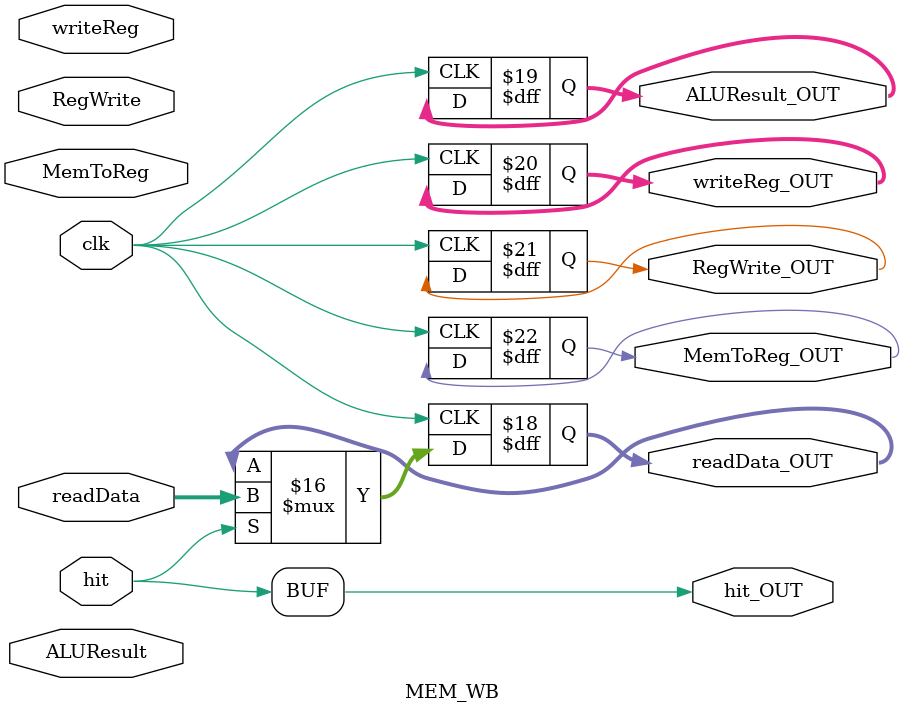
<source format=v>
`timescale 1ns / 1ps
module MEM_WB #(localparam SIZE = 32)(
   input clk,
	input hit,
	input [SIZE-1:0] readData,
	input [SIZE-1:0] ALUResult,
	input [4:0] writeReg,
	input RegWrite,	
	input MemToReg,

	output hit_OUT,
	output reg [SIZE-1:0] readData_OUT = 0,
	output reg [SIZE-1:0] ALUResult_OUT = 0,
	output reg [4:0] writeReg_OUT = 0,
	output reg RegWrite_OUT = 0,
	output reg MemToReg_OUT = 0
    );

	assign hit_OUT = hit;
	
	always @ (negedge clk)
	begin
		if (hit)
		begin
			readData_OUT = readData;
			ALUResult_OUT = ALUResult_OUT;
			writeReg_OUT = writeReg_OUT;
			RegWrite_OUT = RegWrite_OUT;
			MemToReg_OUT = MemToReg_OUT;
		end
	end
endmodule

</source>
